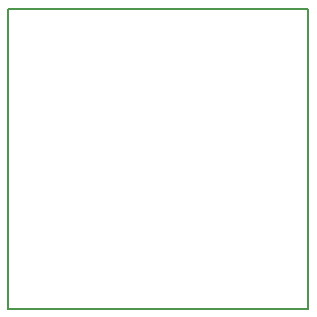
<source format=gbr>
G04 Kicad Test File*
%FSLAX46Y46*%
%MOMM*%
%ADD10C,0.150000*%
G01*
D10*
X0Y0D02*
X25400000Y0D01*
X25400000Y25400000D01*
X0Y25400000D01*
X0Y0D01*
M02*
</source>
